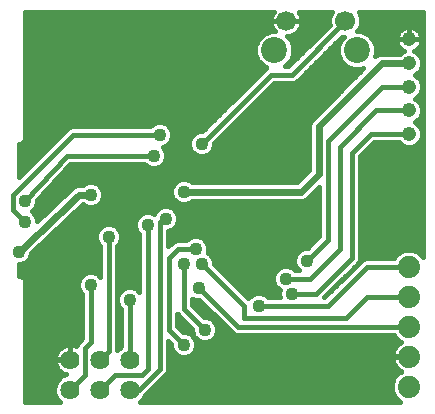
<source format=gbl>
G75*
G70*
%OFA0B0*%
%FSLAX24Y24*%
%IPPOS*%
%LPD*%
%AMOC8*
5,1,8,0,0,1.08239X$1,22.5*
%
%ADD10C,0.0640*%
%ADD11C,0.0740*%
%ADD12C,0.0476*%
%ADD13C,0.0866*%
%ADD14C,0.0669*%
%ADD15C,0.0160*%
%ADD16C,0.0436*%
%ADD17C,0.0240*%
D10*
X007600Y001000D03*
X008600Y001000D03*
X009600Y001000D03*
X009600Y002000D03*
X008600Y002000D03*
X007600Y002000D03*
D11*
X018900Y002100D03*
X018900Y003100D03*
X018900Y004100D03*
X018900Y005100D03*
X018900Y001100D03*
D12*
X018906Y009525D03*
X018906Y010313D03*
X018906Y011100D03*
X018906Y011887D03*
X018906Y012675D03*
D13*
X017178Y012316D03*
X014422Y012316D03*
D14*
X014816Y013300D03*
X016784Y013300D03*
D15*
X006100Y004683D02*
X006100Y000600D01*
X007265Y000600D01*
X007159Y000705D01*
X007080Y000897D01*
X007080Y001103D01*
X007159Y001295D01*
X007305Y001441D01*
X007480Y001513D01*
X007408Y001537D01*
X007338Y001572D01*
X007274Y001619D01*
X007219Y001674D01*
X007172Y001738D01*
X007137Y001808D01*
X007112Y001883D01*
X007100Y001961D01*
X007100Y001991D01*
X007591Y001991D01*
X007591Y002009D01*
X007591Y002500D01*
X007561Y002500D01*
X007483Y002488D01*
X007408Y002463D01*
X007338Y002428D01*
X007274Y002381D01*
X007219Y002326D01*
X007172Y002262D01*
X007137Y002192D01*
X007112Y002117D01*
X007100Y002039D01*
X007100Y002009D01*
X007591Y002009D01*
X007609Y002009D01*
X007609Y002500D01*
X007639Y002500D01*
X007717Y002488D01*
X007792Y002463D01*
X007820Y002449D01*
X007820Y002456D01*
X007863Y002559D01*
X007941Y002637D01*
X008020Y002716D01*
X008020Y004189D01*
X007946Y004263D01*
X007882Y004417D01*
X007882Y004583D01*
X007946Y004737D01*
X008063Y004854D01*
X008217Y004918D01*
X008383Y004918D01*
X008537Y004854D01*
X008620Y004771D01*
X008620Y005789D01*
X008546Y005863D01*
X008482Y006017D01*
X008482Y006183D01*
X008546Y006337D01*
X008663Y006454D01*
X008817Y006518D01*
X008983Y006518D01*
X009137Y006454D01*
X009254Y006337D01*
X009318Y006183D01*
X009318Y006017D01*
X009254Y005863D01*
X009180Y005789D01*
X009180Y002315D01*
X009305Y002441D01*
X009320Y002447D01*
X009320Y003689D01*
X009246Y003763D01*
X009182Y003917D01*
X009182Y004083D01*
X009246Y004237D01*
X009363Y004354D01*
X009517Y004418D01*
X009683Y004418D01*
X009837Y004354D01*
X009920Y004271D01*
X009920Y006189D01*
X009846Y006263D01*
X009782Y006417D01*
X009782Y006583D01*
X009846Y006737D01*
X009963Y006854D01*
X010117Y006918D01*
X010283Y006918D01*
X010415Y006863D01*
X010446Y006937D01*
X010563Y007054D01*
X010717Y007118D01*
X010883Y007118D01*
X011037Y007054D01*
X011154Y006937D01*
X011218Y006783D01*
X011218Y006617D01*
X011154Y006463D01*
X011037Y006346D01*
X010883Y006282D01*
X010880Y006282D01*
X010880Y005776D01*
X011041Y005937D01*
X011144Y005980D01*
X011489Y005980D01*
X011563Y006054D01*
X011717Y006118D01*
X011883Y006118D01*
X012037Y006054D01*
X012154Y005937D01*
X012218Y005783D01*
X012218Y005617D01*
X012199Y005570D01*
X012237Y005554D01*
X012354Y005437D01*
X012418Y005283D01*
X012418Y005178D01*
X013552Y004044D01*
X013663Y004154D01*
X013817Y004218D01*
X013983Y004218D01*
X014137Y004154D01*
X014211Y004080D01*
X014597Y004080D01*
X014582Y004117D01*
X014582Y004283D01*
X014601Y004330D01*
X014563Y004346D01*
X014446Y004463D01*
X014382Y004617D01*
X014382Y004783D01*
X014446Y004937D01*
X014563Y005054D01*
X014717Y005118D01*
X014883Y005118D01*
X015037Y005054D01*
X015111Y004980D01*
X015229Y004980D01*
X015146Y005063D01*
X015082Y005217D01*
X015082Y005383D01*
X015146Y005537D01*
X015263Y005654D01*
X015417Y005718D01*
X015522Y005718D01*
X015920Y006116D01*
X015920Y007767D01*
X015571Y007419D01*
X015571Y007419D01*
X015481Y007329D01*
X015364Y007280D01*
X011671Y007280D01*
X011637Y007246D01*
X011483Y007182D01*
X011317Y007182D01*
X011163Y007246D01*
X011046Y007363D01*
X010982Y007517D01*
X010982Y007683D01*
X011046Y007837D01*
X011163Y007954D01*
X011317Y008018D01*
X011483Y008018D01*
X011637Y007954D01*
X011671Y007920D01*
X015167Y007920D01*
X015580Y008333D01*
X015580Y009845D01*
X015629Y009962D01*
X017381Y011715D01*
X017304Y011683D01*
X017052Y011683D01*
X016819Y011779D01*
X016641Y011957D01*
X016545Y012190D01*
X016545Y012442D01*
X016641Y012674D01*
X016732Y012765D01*
X016678Y012765D01*
X016666Y012770D01*
X015159Y011263D01*
X015056Y011220D01*
X014416Y011220D01*
X012418Y009222D01*
X012418Y009117D01*
X012354Y008963D01*
X012237Y008846D01*
X012083Y008782D01*
X011917Y008782D01*
X011763Y008846D01*
X011646Y008963D01*
X011582Y009117D01*
X011582Y009283D01*
X011646Y009437D01*
X011763Y009554D01*
X011917Y009618D01*
X012022Y009618D01*
X014063Y011659D01*
X014141Y011737D01*
X014153Y011742D01*
X014063Y011779D01*
X013885Y011957D01*
X013789Y012190D01*
X013789Y012442D01*
X013885Y012674D01*
X014063Y012852D01*
X014296Y012949D01*
X014439Y012949D01*
X014423Y012965D01*
X014376Y013030D01*
X014339Y013102D01*
X014314Y013179D01*
X014301Y013259D01*
X014301Y013300D01*
X014816Y013300D01*
X015330Y013300D01*
X015330Y013341D01*
X015318Y013421D01*
X015293Y013498D01*
X015256Y013570D01*
X015237Y013596D01*
X016328Y013596D01*
X016250Y013406D01*
X016250Y013194D01*
X016264Y013160D01*
X014884Y011780D01*
X014782Y011780D01*
X014959Y011957D01*
X015055Y012190D01*
X015055Y012442D01*
X014959Y012674D01*
X014848Y012785D01*
X014856Y012785D01*
X014936Y012798D01*
X015013Y012823D01*
X015085Y012860D01*
X015151Y012907D01*
X015208Y012965D01*
X015256Y013030D01*
X015293Y013102D01*
X015318Y013179D01*
X015330Y013259D01*
X015330Y013300D01*
X014816Y013300D01*
X014816Y013300D01*
X014816Y013300D01*
X014301Y013300D01*
X014301Y013341D01*
X014314Y013421D01*
X014339Y013498D01*
X014376Y013570D01*
X014395Y013596D01*
X006100Y013596D01*
X006100Y009317D01*
X005983Y009200D01*
X005900Y009200D01*
X005900Y008096D01*
X007463Y009659D01*
X007541Y009737D01*
X007644Y009780D01*
X010289Y009780D01*
X010363Y009854D01*
X010517Y009918D01*
X010683Y009918D01*
X010837Y009854D01*
X010954Y009737D01*
X011018Y009583D01*
X011018Y009417D01*
X010954Y009263D01*
X010837Y009146D01*
X010702Y009090D01*
X010754Y009037D01*
X010818Y008883D01*
X010818Y008717D01*
X010754Y008563D01*
X010637Y008446D01*
X010483Y008382D01*
X010317Y008382D01*
X010163Y008446D01*
X010089Y008520D01*
X007622Y008520D01*
X006518Y007338D01*
X006518Y007217D01*
X006454Y007063D01*
X006341Y006950D01*
X006454Y006837D01*
X006738Y006837D01*
X006904Y006996D02*
X006387Y006996D01*
X006454Y006837D02*
X006518Y006683D01*
X006518Y006629D01*
X007677Y007729D01*
X007719Y007771D01*
X007723Y007773D01*
X007726Y007776D01*
X007781Y007797D01*
X007836Y007820D01*
X007841Y007820D01*
X007845Y007822D01*
X007904Y007820D01*
X008029Y007820D01*
X008063Y007854D01*
X008217Y007918D01*
X008383Y007918D01*
X008537Y007854D01*
X008654Y007737D01*
X008718Y007583D01*
X008718Y007417D01*
X008654Y007263D01*
X008537Y007146D01*
X008383Y007082D01*
X008217Y007082D01*
X008063Y007146D01*
X008029Y007180D01*
X008028Y007180D01*
X006318Y005556D01*
X006318Y005517D01*
X006254Y005363D01*
X006137Y005246D01*
X005983Y005182D01*
X005900Y005182D01*
X005900Y004800D01*
X005983Y004800D01*
X006100Y004683D01*
X006100Y004618D02*
X007896Y004618D01*
X007882Y004460D02*
X006100Y004460D01*
X006100Y004301D02*
X007930Y004301D01*
X008020Y004143D02*
X006100Y004143D01*
X006100Y003984D02*
X008020Y003984D01*
X008020Y003826D02*
X006100Y003826D01*
X006100Y003667D02*
X008020Y003667D01*
X008020Y003509D02*
X006100Y003509D01*
X006100Y003350D02*
X008020Y003350D01*
X008020Y003192D02*
X006100Y003192D01*
X006100Y003033D02*
X008020Y003033D01*
X008020Y002875D02*
X006100Y002875D01*
X006100Y002716D02*
X008020Y002716D01*
X007862Y002558D02*
X006100Y002558D01*
X006100Y002399D02*
X007299Y002399D01*
X007161Y002241D02*
X006100Y002241D01*
X006100Y002082D02*
X007107Y002082D01*
X007106Y001924D02*
X006100Y001924D01*
X006100Y001765D02*
X007159Y001765D01*
X007291Y001607D02*
X006100Y001607D01*
X006100Y001448D02*
X007323Y001448D01*
X007157Y001290D02*
X006100Y001290D01*
X006100Y001131D02*
X007091Y001131D01*
X007080Y000973D02*
X006100Y000973D01*
X006100Y000814D02*
X007114Y000814D01*
X007209Y000656D02*
X006100Y000656D01*
X007600Y001000D02*
X008100Y001500D01*
X008100Y002400D01*
X008300Y002600D01*
X008300Y004500D01*
X007985Y004777D02*
X006006Y004777D01*
X005900Y004935D02*
X008620Y004935D01*
X008620Y005094D02*
X005900Y005094D01*
X006143Y005252D02*
X008620Y005252D01*
X008620Y005411D02*
X006274Y005411D01*
X006332Y005569D02*
X008620Y005569D01*
X008620Y005728D02*
X006499Y005728D01*
X006666Y005886D02*
X008536Y005886D01*
X008482Y006045D02*
X006833Y006045D01*
X006999Y006203D02*
X008490Y006203D01*
X008570Y006362D02*
X007166Y006362D01*
X007333Y006520D02*
X009782Y006520D01*
X009805Y006362D02*
X009230Y006362D01*
X009310Y006203D02*
X009906Y006203D01*
X009920Y006045D02*
X009318Y006045D01*
X009264Y005886D02*
X009920Y005886D01*
X009920Y005728D02*
X009180Y005728D01*
X009180Y005569D02*
X009920Y005569D01*
X009920Y005411D02*
X009180Y005411D01*
X009180Y005252D02*
X009920Y005252D01*
X009920Y005094D02*
X009180Y005094D01*
X009180Y004935D02*
X009920Y004935D01*
X009920Y004777D02*
X009180Y004777D01*
X009180Y004618D02*
X009920Y004618D01*
X009920Y004460D02*
X009180Y004460D01*
X009180Y004301D02*
X009310Y004301D01*
X009206Y004143D02*
X009180Y004143D01*
X009180Y003984D02*
X009182Y003984D01*
X009180Y003826D02*
X009220Y003826D01*
X009180Y003667D02*
X009320Y003667D01*
X009320Y003509D02*
X009180Y003509D01*
X009180Y003350D02*
X009320Y003350D01*
X009320Y003192D02*
X009180Y003192D01*
X009180Y003033D02*
X009320Y003033D01*
X009320Y002875D02*
X009180Y002875D01*
X009180Y002716D02*
X009320Y002716D01*
X009320Y002558D02*
X009180Y002558D01*
X009180Y002399D02*
X009264Y002399D01*
X008900Y002300D02*
X008600Y002000D01*
X008900Y002300D02*
X008900Y006100D01*
X009821Y006679D02*
X007500Y006679D01*
X007667Y006837D02*
X009946Y006837D01*
X010200Y006500D02*
X010200Y001700D01*
X010000Y001500D01*
X009100Y001500D01*
X008600Y001000D01*
X009600Y001000D02*
X009900Y001000D01*
X010600Y001700D01*
X010600Y006600D01*
X010800Y006700D01*
X010504Y006996D02*
X007834Y006996D01*
X008000Y007154D02*
X008055Y007154D01*
X008545Y007154D02*
X015920Y007154D01*
X015920Y006996D02*
X011096Y006996D01*
X011196Y006837D02*
X015920Y006837D01*
X015920Y006679D02*
X011218Y006679D01*
X011178Y006520D02*
X015920Y006520D01*
X015920Y006362D02*
X011053Y006362D01*
X010880Y006203D02*
X015920Y006203D01*
X015849Y006045D02*
X012047Y006045D01*
X012176Y005886D02*
X015690Y005886D01*
X015532Y005728D02*
X012218Y005728D01*
X012202Y005569D02*
X015178Y005569D01*
X015093Y005411D02*
X012365Y005411D01*
X012418Y005252D02*
X015082Y005252D01*
X015133Y005094D02*
X014943Y005094D01*
X014657Y005094D02*
X012502Y005094D01*
X012661Y004935D02*
X014445Y004935D01*
X014382Y004777D02*
X012819Y004777D01*
X012978Y004618D02*
X014382Y004618D01*
X014449Y004460D02*
X013136Y004460D01*
X013295Y004301D02*
X014589Y004301D01*
X014582Y004143D02*
X014149Y004143D01*
X013900Y003800D02*
X016200Y003800D01*
X017500Y005100D01*
X018900Y005100D01*
X018399Y005380D02*
X017444Y005380D01*
X017341Y005337D01*
X017263Y005259D01*
X016084Y004080D01*
X016076Y004080D01*
X017159Y005163D01*
X017237Y005241D01*
X017280Y005344D01*
X017280Y008784D01*
X017741Y009245D01*
X018567Y009245D01*
X018658Y009154D01*
X018819Y009087D01*
X018993Y009087D01*
X019154Y009154D01*
X019278Y009277D01*
X019344Y009438D01*
X019344Y009612D01*
X019278Y009773D01*
X019154Y009897D01*
X019101Y009919D01*
X019154Y009941D01*
X019278Y010064D01*
X019344Y010225D01*
X019344Y010400D01*
X019278Y010561D01*
X019154Y010684D01*
X019101Y010706D01*
X019154Y010729D01*
X019278Y010852D01*
X019344Y011013D01*
X019344Y011187D01*
X019278Y011348D01*
X019154Y011471D01*
X019101Y011494D01*
X019154Y011516D01*
X019278Y011639D01*
X019344Y011800D01*
X019344Y011975D01*
X019278Y012136D01*
X019154Y012259D01*
X019075Y012292D01*
X019125Y012317D01*
X019179Y012356D01*
X019225Y012402D01*
X019264Y012456D01*
X019294Y012514D01*
X019314Y012577D01*
X019324Y012642D01*
X019324Y012675D01*
X019324Y012708D01*
X019314Y012773D01*
X019294Y012835D01*
X019264Y012894D01*
X019225Y012947D01*
X019179Y012994D01*
X019125Y013032D01*
X019067Y013062D01*
X019004Y013083D01*
X018939Y013093D01*
X018906Y013093D01*
X018873Y013093D01*
X018808Y013083D01*
X018746Y013062D01*
X018687Y013032D01*
X018634Y012994D01*
X018587Y012947D01*
X018549Y012894D01*
X018519Y012835D01*
X018498Y012773D01*
X018488Y012708D01*
X018488Y012675D01*
X018906Y012675D01*
X018906Y012675D01*
X018906Y013093D01*
X018906Y012675D01*
X018906Y012675D01*
X018488Y012675D01*
X018488Y012642D01*
X018498Y012577D01*
X018519Y012514D01*
X018549Y012456D01*
X018587Y012402D01*
X018634Y012356D01*
X018687Y012317D01*
X018737Y012292D01*
X018658Y012259D01*
X018607Y012207D01*
X017943Y012207D01*
X017825Y012159D01*
X017779Y012113D01*
X017811Y012190D01*
X017811Y012442D01*
X017715Y012674D01*
X017537Y012852D01*
X017304Y012949D01*
X017189Y012949D01*
X017238Y012997D01*
X017319Y013194D01*
X017319Y013406D01*
X017240Y013596D01*
X019370Y013596D01*
X019370Y005436D01*
X019223Y005583D01*
X019013Y005670D01*
X018787Y005670D01*
X018577Y005583D01*
X018417Y005423D01*
X018399Y005380D01*
X018412Y005411D02*
X017280Y005411D01*
X017280Y005569D02*
X018563Y005569D01*
X019237Y005569D02*
X019370Y005569D01*
X019370Y005728D02*
X017280Y005728D01*
X017280Y005886D02*
X019370Y005886D01*
X019370Y006045D02*
X017280Y006045D01*
X017280Y006203D02*
X019370Y006203D01*
X019370Y006362D02*
X017280Y006362D01*
X017280Y006520D02*
X019370Y006520D01*
X019370Y006679D02*
X017280Y006679D01*
X017280Y006837D02*
X019370Y006837D01*
X019370Y006996D02*
X017280Y006996D01*
X017280Y007154D02*
X019370Y007154D01*
X019370Y007313D02*
X017280Y007313D01*
X017280Y007471D02*
X019370Y007471D01*
X019370Y007630D02*
X017280Y007630D01*
X017280Y007788D02*
X019370Y007788D01*
X019370Y007947D02*
X017280Y007947D01*
X017280Y008105D02*
X019370Y008105D01*
X019370Y008264D02*
X017280Y008264D01*
X017280Y008422D02*
X019370Y008422D01*
X019370Y008581D02*
X017280Y008581D01*
X017280Y008739D02*
X019370Y008739D01*
X019370Y008898D02*
X017394Y008898D01*
X017552Y009056D02*
X019370Y009056D01*
X019370Y009215D02*
X019215Y009215D01*
X019317Y009373D02*
X019370Y009373D01*
X019370Y009532D02*
X019344Y009532D01*
X019370Y009690D02*
X019312Y009690D01*
X019370Y009849D02*
X019203Y009849D01*
X019220Y010007D02*
X019370Y010007D01*
X019370Y010166D02*
X019320Y010166D01*
X019344Y010324D02*
X019370Y010324D01*
X019370Y010483D02*
X019310Y010483D01*
X019370Y010641D02*
X019197Y010641D01*
X019225Y010800D02*
X019370Y010800D01*
X019370Y010958D02*
X019322Y010958D01*
X019344Y011117D02*
X019370Y011117D01*
X019370Y011275D02*
X019308Y011275D01*
X019370Y011434D02*
X019192Y011434D01*
X019231Y011592D02*
X019370Y011592D01*
X019370Y011751D02*
X019324Y011751D01*
X019344Y011909D02*
X019370Y011909D01*
X019370Y012068D02*
X019306Y012068D01*
X019370Y012226D02*
X019187Y012226D01*
X019207Y012385D02*
X019370Y012385D01*
X019370Y012543D02*
X019303Y012543D01*
X019324Y012675D02*
X018906Y012675D01*
X019324Y012675D01*
X019324Y012702D02*
X019370Y012702D01*
X019370Y012860D02*
X019281Y012860D01*
X019370Y013019D02*
X019145Y013019D01*
X018906Y013019D02*
X018906Y013019D01*
X018906Y012860D02*
X018906Y012860D01*
X018906Y012702D02*
X018906Y012702D01*
X018906Y012675D02*
X018906Y012675D01*
X018531Y012860D02*
X017518Y012860D01*
X017687Y012702D02*
X018488Y012702D01*
X018509Y012543D02*
X017769Y012543D01*
X017811Y012385D02*
X018605Y012385D01*
X018625Y012226D02*
X017811Y012226D01*
X017258Y011592D02*
X015488Y011592D01*
X015330Y011434D02*
X017100Y011434D01*
X016941Y011275D02*
X015171Y011275D01*
X015000Y011500D02*
X016784Y013284D01*
X016784Y013300D01*
X016286Y013494D02*
X015294Y013494D01*
X015330Y013336D02*
X016250Y013336D01*
X016256Y013177D02*
X015317Y013177D01*
X015247Y013019D02*
X016123Y013019D01*
X015964Y012860D02*
X015086Y012860D01*
X014932Y012702D02*
X015806Y012702D01*
X015647Y012543D02*
X015013Y012543D01*
X015055Y012385D02*
X015489Y012385D01*
X015330Y012226D02*
X015055Y012226D01*
X015004Y012068D02*
X015172Y012068D01*
X015013Y011909D02*
X014911Y011909D01*
X015000Y011500D02*
X014300Y011500D01*
X012000Y009200D01*
X011711Y008898D02*
X010812Y008898D01*
X010818Y008739D02*
X015580Y008739D01*
X015580Y008581D02*
X010762Y008581D01*
X010580Y008422D02*
X015580Y008422D01*
X015511Y008264D02*
X007382Y008264D01*
X007530Y008422D02*
X010220Y008422D01*
X010400Y008800D02*
X007500Y008800D01*
X006100Y007300D01*
X006518Y007313D02*
X007238Y007313D01*
X007071Y007154D02*
X006492Y007154D01*
X006643Y007471D02*
X007405Y007471D01*
X007572Y007630D02*
X006791Y007630D01*
X006939Y007788D02*
X007757Y007788D01*
X007234Y008105D02*
X015352Y008105D01*
X015194Y007947D02*
X011645Y007947D01*
X011155Y007947D02*
X007086Y007947D01*
X006385Y008581D02*
X005900Y008581D01*
X005900Y008739D02*
X006543Y008739D01*
X006702Y008898D02*
X005900Y008898D01*
X005900Y009056D02*
X006860Y009056D01*
X007019Y009215D02*
X005997Y009215D01*
X006100Y009373D02*
X007177Y009373D01*
X007336Y009532D02*
X006100Y009532D01*
X006100Y009690D02*
X007494Y009690D01*
X007700Y009500D02*
X010600Y009500D01*
X010906Y009215D02*
X011582Y009215D01*
X011607Y009056D02*
X010735Y009056D01*
X011000Y009373D02*
X011619Y009373D01*
X011740Y009532D02*
X011018Y009532D01*
X010974Y009690D02*
X012094Y009690D01*
X012253Y009849D02*
X010843Y009849D01*
X010357Y009849D02*
X006100Y009849D01*
X006100Y010007D02*
X012411Y010007D01*
X012570Y010166D02*
X006100Y010166D01*
X006100Y010324D02*
X012728Y010324D01*
X012887Y010483D02*
X006100Y010483D01*
X006100Y010641D02*
X013045Y010641D01*
X013204Y010800D02*
X006100Y010800D01*
X006100Y010958D02*
X013362Y010958D01*
X013521Y011117D02*
X006100Y011117D01*
X006100Y011275D02*
X013679Y011275D01*
X013838Y011434D02*
X006100Y011434D01*
X006100Y011592D02*
X013996Y011592D01*
X014132Y011751D02*
X006100Y011751D01*
X006100Y011909D02*
X013933Y011909D01*
X013840Y012068D02*
X006100Y012068D01*
X006100Y012226D02*
X013789Y012226D01*
X013789Y012385D02*
X006100Y012385D01*
X006100Y012543D02*
X013831Y012543D01*
X013913Y012702D02*
X006100Y012702D01*
X006100Y012860D02*
X014082Y012860D01*
X014384Y013019D02*
X006100Y013019D01*
X006100Y013177D02*
X014315Y013177D01*
X014301Y013336D02*
X006100Y013336D01*
X006100Y013494D02*
X014338Y013494D01*
X016122Y012226D02*
X016545Y012226D01*
X016545Y012385D02*
X016281Y012385D01*
X016439Y012543D02*
X016587Y012543D01*
X016598Y012702D02*
X016668Y012702D01*
X017246Y013019D02*
X018668Y013019D01*
X019370Y013177D02*
X017312Y013177D01*
X017319Y013336D02*
X019370Y013336D01*
X019370Y013494D02*
X017283Y013494D01*
X016596Y012068D02*
X015964Y012068D01*
X015805Y011909D02*
X016689Y011909D01*
X016888Y011751D02*
X015647Y011751D01*
X016624Y010958D02*
X014154Y010958D01*
X013996Y010800D02*
X016466Y010800D01*
X016307Y010641D02*
X013837Y010641D01*
X013679Y010483D02*
X016149Y010483D01*
X015990Y010324D02*
X013520Y010324D01*
X013362Y010166D02*
X015832Y010166D01*
X015673Y010007D02*
X013203Y010007D01*
X013045Y009849D02*
X015582Y009849D01*
X015580Y009690D02*
X012886Y009690D01*
X012728Y009532D02*
X015580Y009532D01*
X015580Y009373D02*
X012569Y009373D01*
X012418Y009215D02*
X015580Y009215D01*
X015580Y009056D02*
X012393Y009056D01*
X012289Y008898D02*
X015580Y008898D01*
X016200Y009294D02*
X018006Y011100D01*
X018906Y011100D01*
X018906Y010313D02*
X017813Y010313D01*
X016600Y009100D01*
X016600Y005700D01*
X015600Y004700D01*
X014800Y004700D01*
X015000Y004200D02*
X015800Y004200D01*
X017000Y005400D01*
X017000Y008900D01*
X017625Y009525D01*
X018906Y009525D01*
X018597Y009215D02*
X017711Y009215D01*
X016200Y009294D02*
X016200Y006000D01*
X015500Y005300D01*
X016614Y004618D02*
X016622Y004618D01*
X016773Y004777D02*
X016781Y004777D01*
X016931Y004935D02*
X016939Y004935D01*
X017090Y005094D02*
X017098Y005094D01*
X017242Y005252D02*
X017256Y005252D01*
X016464Y004460D02*
X016456Y004460D01*
X016305Y004301D02*
X016297Y004301D01*
X016147Y004143D02*
X016139Y004143D01*
X016800Y003400D02*
X017500Y004100D01*
X018900Y004100D01*
X018900Y003100D02*
X013200Y003100D01*
X011900Y004400D01*
X011680Y004039D02*
X011817Y003982D01*
X011922Y003982D01*
X012963Y002941D01*
X013041Y002863D01*
X013144Y002820D01*
X018399Y002820D01*
X018417Y002777D01*
X018577Y002617D01*
X018646Y002588D01*
X018612Y002570D01*
X018542Y002520D01*
X018480Y002458D01*
X018430Y002388D01*
X018390Y002311D01*
X018364Y002229D01*
X018350Y002143D01*
X018350Y002120D01*
X018880Y002120D01*
X018880Y002080D01*
X018350Y002080D01*
X018350Y002057D01*
X018364Y001971D01*
X018390Y001889D01*
X018430Y001812D01*
X018480Y001742D01*
X018542Y001680D01*
X018612Y001630D01*
X018646Y001612D01*
X018577Y001583D01*
X018417Y001423D01*
X018330Y001213D01*
X018330Y000987D01*
X018417Y000777D01*
X018577Y000617D01*
X018618Y000600D01*
X009935Y000600D01*
X010041Y000705D01*
X010069Y000773D01*
X010137Y000841D01*
X010837Y001541D01*
X010880Y001644D01*
X010880Y002624D01*
X010982Y002522D01*
X010982Y002417D01*
X011046Y002263D01*
X011163Y002146D01*
X011317Y002082D01*
X011483Y002082D01*
X011637Y002146D01*
X011754Y002263D01*
X011818Y002417D01*
X011818Y002583D01*
X011754Y002737D01*
X011637Y002854D01*
X011483Y002918D01*
X011378Y002918D01*
X011180Y003116D01*
X011180Y003524D01*
X011682Y003022D01*
X011682Y002917D01*
X011746Y002763D01*
X011863Y002646D01*
X012017Y002582D01*
X012183Y002582D01*
X012337Y002646D01*
X012454Y002763D01*
X012518Y002917D01*
X012518Y003083D01*
X012454Y003237D01*
X012337Y003354D01*
X012183Y003418D01*
X012078Y003418D01*
X011680Y003816D01*
X011680Y004039D01*
X011680Y003984D02*
X011812Y003984D01*
X011680Y003826D02*
X012078Y003826D01*
X012237Y003667D02*
X011829Y003667D01*
X011987Y003509D02*
X012395Y003509D01*
X012341Y003350D02*
X012554Y003350D01*
X012473Y003192D02*
X012712Y003192D01*
X012871Y003033D02*
X012518Y003033D01*
X012501Y002875D02*
X013029Y002875D01*
X012407Y002716D02*
X018478Y002716D01*
X018594Y002558D02*
X011818Y002558D01*
X011811Y002399D02*
X018437Y002399D01*
X018367Y002241D02*
X011732Y002241D01*
X011483Y002082D02*
X018880Y002082D01*
X018464Y001765D02*
X010880Y001765D01*
X010880Y001924D02*
X018379Y001924D01*
X018633Y001607D02*
X010864Y001607D01*
X010744Y001448D02*
X018442Y001448D01*
X018362Y001290D02*
X010586Y001290D01*
X010427Y001131D02*
X018330Y001131D01*
X018336Y000973D02*
X010269Y000973D01*
X010110Y000814D02*
X018401Y000814D01*
X018538Y000656D02*
X009991Y000656D01*
X009600Y002000D02*
X009600Y004000D01*
X009890Y004301D02*
X009920Y004301D01*
X011180Y003509D02*
X011195Y003509D01*
X011180Y003350D02*
X011354Y003350D01*
X011512Y003192D02*
X011180Y003192D01*
X011263Y003033D02*
X011671Y003033D01*
X011699Y002875D02*
X011588Y002875D01*
X011763Y002716D02*
X011793Y002716D01*
X012100Y003000D02*
X011400Y003700D01*
X011400Y005200D01*
X010900Y005400D02*
X010900Y003000D01*
X011400Y002500D01*
X011068Y002241D02*
X010880Y002241D01*
X010880Y002399D02*
X010989Y002399D01*
X010946Y002558D02*
X010880Y002558D01*
X010880Y002082D02*
X011317Y002082D01*
X013400Y003400D02*
X013400Y003800D01*
X012000Y005200D01*
X011800Y005700D02*
X011200Y005700D01*
X010900Y005400D01*
X010880Y005886D02*
X010990Y005886D01*
X010880Y006045D02*
X011553Y006045D01*
X011096Y007313D02*
X008675Y007313D01*
X008718Y007471D02*
X011001Y007471D01*
X010982Y007630D02*
X008699Y007630D01*
X008603Y007788D02*
X011025Y007788D01*
X007700Y009500D02*
X005700Y007500D01*
X005700Y007000D01*
X006100Y006600D01*
X006518Y006679D02*
X006571Y006679D01*
X005909Y008105D02*
X005900Y008105D01*
X005900Y008264D02*
X006068Y008264D01*
X006226Y008422D02*
X005900Y008422D01*
X008615Y004777D02*
X008620Y004777D01*
X007609Y002399D02*
X007591Y002399D01*
X007591Y002241D02*
X007609Y002241D01*
X007609Y002082D02*
X007591Y002082D01*
X013400Y003400D02*
X016800Y003400D01*
X013651Y004143D02*
X013453Y004143D01*
X015442Y007313D02*
X015920Y007313D01*
X015920Y007471D02*
X015624Y007471D01*
X015782Y007630D02*
X015920Y007630D01*
X016783Y011117D02*
X014313Y011117D01*
D16*
X012000Y009200D03*
X010600Y009500D03*
X010400Y008800D03*
X011400Y007600D03*
X010800Y006700D03*
X010200Y006500D03*
X008900Y006100D03*
X008300Y007500D03*
X006100Y007300D03*
X006100Y006600D03*
X005900Y005600D03*
X008300Y004500D03*
X009600Y004000D03*
X011400Y005200D03*
X012000Y005200D03*
X011800Y005700D03*
X012700Y005700D03*
X011900Y004400D03*
X012100Y003000D03*
X011400Y002500D03*
X013900Y003800D03*
X015000Y004200D03*
X014800Y004700D03*
X015500Y005300D03*
X006400Y003500D03*
D17*
X005900Y005600D02*
X007900Y007500D01*
X008300Y007500D01*
X011400Y007600D02*
X015300Y007600D01*
X015900Y008200D01*
X015900Y009781D01*
X018006Y011887D01*
X018906Y011887D01*
M02*

</source>
